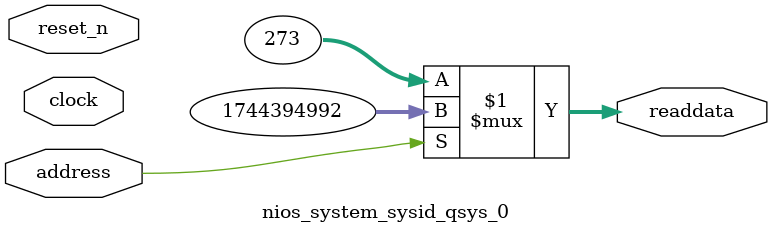
<source format=v>



// synthesis translate_off
`timescale 1ns / 1ps
// synthesis translate_on

// turn off superfluous verilog processor warnings 
// altera message_level Level1 
// altera message_off 10034 10035 10036 10037 10230 10240 10030 

module nios_system_sysid_qsys_0 (
               // inputs:
                address,
                clock,
                reset_n,

               // outputs:
                readdata
             )
;

  output  [ 31: 0] readdata;
  input            address;
  input            clock;
  input            reset_n;

  wire    [ 31: 0] readdata;
  //control_slave, which is an e_avalon_slave
  assign readdata = address ? 1744394992 : 273;

endmodule



</source>
